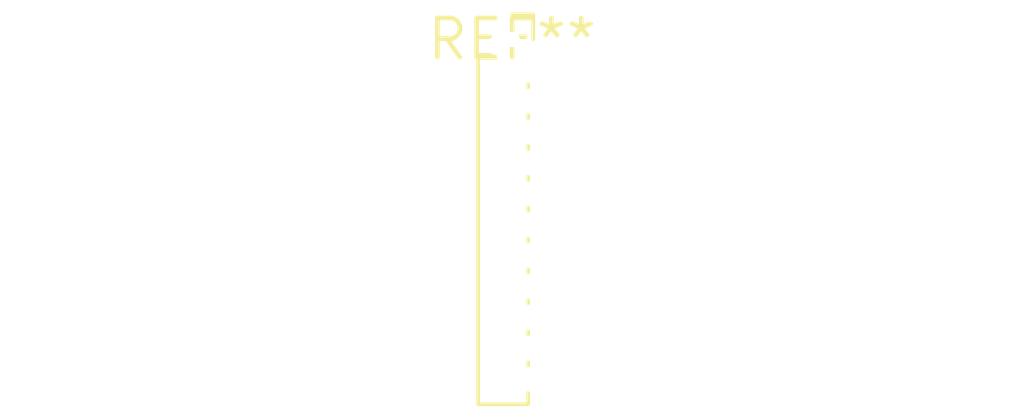
<source format=kicad_pcb>
(kicad_pcb (version 20240108) (generator pcbnew)
  (layers (0 "F.Cu" signal) (31 "B.Cu" signal) (34 "B.Paste" user) (35 "F.Paste" user) (36 "B.SilkS" user "B.Silkscreen") (37 "F.SilkS" user "F.Silkscreen") (38 "B.Mask" user) (39 "F.Mask" user) (44 "Edge.Cuts" user))
  (net 0 "")
  (footprint "PinSocket_1x12_P1.00mm_Vertical" (layer "F.Cu") (at 0 0)
    (property "Reference" "REF**")
    (property "Value" "PinSocket_1x12_P1.00mm_Vertical")
    (fp_line (start -1.1 0.5) (end -1.1 11.81) (layer "F.SilkS") (stroke (width 0.12)))
    (fp_line (start -1.1 0.5) (end -0.685 0.5) (layer "F.SilkS") (stroke (width 0.12)))
    (fp_line (start -1.1 11.81) (end 0.52 11.81) (layer "F.SilkS") (stroke (width 0.12)))
    (fp_line (start 0 -0.81) (end 0.685 -0.81) (layer "F.SilkS") (stroke (width 0.12)))
    (fp_line (start 0.52 1.445898) (end 0.52 1.554102) (layer "F.SilkS") (stroke (width 0.12)))
    (fp_line (start 0.52 2.445898) (end 0.52 2.554102) (layer "F.SilkS") (stroke (width 0.12)))
    (fp_line (start 0.52 3.445898) (end 0.52 3.554102) (layer "F.SilkS") (stroke (width 0.12)))
    (fp_line (start 0.52 4.445898) (end 0.52 4.554102) (layer "F.SilkS") (stroke (width 0.12)))
    (fp_line (start 0.52 5.445898) (end 0.52 5.554102) (layer "F.SilkS") (stroke (width 0.12)))
    (fp_line (start 0.52 6.445898) (end 0.52 6.554102) (layer "F.SilkS") (stroke (width 0.12)))
    (fp_line (start 0.52 7.445898) (end 0.52 7.554102) (layer "F.SilkS") (stroke (width 0.12)))
    (fp_line (start 0.52 8.445898) (end 0.52 8.554102) (layer "F.SilkS") (stroke (width 0.12)))
    (fp_line (start 0.52 9.445898) (end 0.52 9.554102) (layer "F.SilkS") (stroke (width 0.12)))
    (fp_line (start 0.52 10.445898) (end 0.52 10.554102) (layer "F.SilkS") (stroke (width 0.12)))
    (fp_line (start 0.52 11.445898) (end 0.52 11.81) (layer "F.SilkS") (stroke (width 0.12)))
    (fp_line (start 0.685 -0.81) (end 0.685 0) (layer "F.SilkS") (stroke (width 0.12)))
    (pad "1" thru_hole rect (at 0 0) (size 0.85 0.85) (drill 0.5) (layers *.Cu *.Mask) (remove_unused_layers))
    (pad "2" thru_hole oval (at 0 1) (size 0.85 0.85) (drill 0.5) (layers *.Cu *.Mask) (remove_unused_layers))
    (pad "3" thru_hole oval (at 0 2) (size 0.85 0.85) (drill 0.5) (layers *.Cu *.Mask) (remove_unused_layers))
    (pad "4" thru_hole oval (at 0 3) (size 0.85 0.85) (drill 0.5) (layers *.Cu *.Mask) (remove_unused_layers))
    (pad "5" thru_hole oval (at 0 4) (size 0.85 0.85) (drill 0.5) (layers *.Cu *.Mask) (remove_unused_layers))
    (pad "6" thru_hole oval (at 0 5) (size 0.85 0.85) (drill 0.5) (layers *.Cu *.Mask) (remove_unused_layers))
    (pad "7" thru_hole oval (at 0 6) (size 0.85 0.85) (drill 0.5) (layers *.Cu *.Mask) (remove_unused_layers))
    (pad "8" thru_hole oval (at 0 7) (size 0.85 0.85) (drill 0.5) (layers *.Cu *.Mask) (remove_unused_layers))
    (pad "9" thru_hole oval (at 0 8) (size 0.85 0.85) (drill 0.5) (layers *.Cu *.Mask) (remove_unused_layers))
    (pad "10" thru_hole oval (at 0 9) (size 0.85 0.85) (drill 0.5) (layers *.Cu *.Mask) (remove_unused_layers))
    (pad "11" thru_hole oval (at 0 10) (size 0.85 0.85) (drill 0.5) (layers *.Cu *.Mask) (remove_unused_layers))
    (pad "12" thru_hole oval (at 0 11) (size 0.85 0.85) (drill 0.5) (layers *.Cu *.Mask) (remove_unused_layers))
  )
)
</source>
